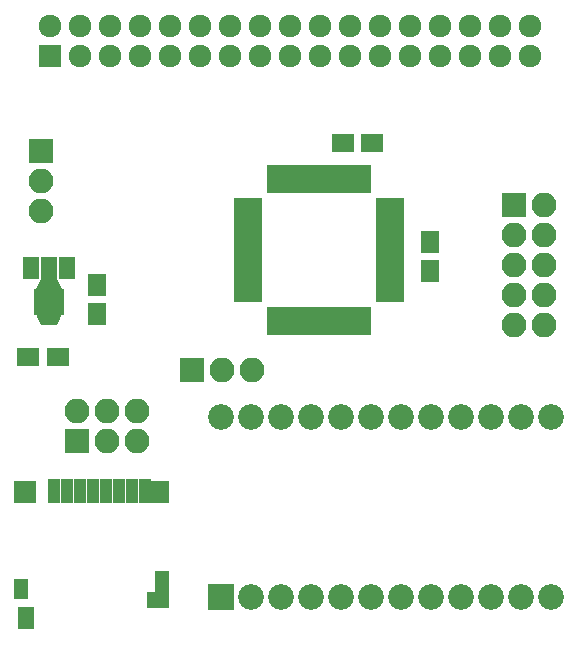
<source format=gts>
G04 #@! TF.FileFunction,Soldermask,Top*
%FSLAX46Y46*%
G04 Gerber Fmt 4.6, Leading zero omitted, Abs format (unit mm)*
G04 Created by KiCad (PCBNEW 4.0.6) date Saturday, October 28, 2017 'PMt' 05:19:06 PM*
%MOMM*%
%LPD*%
G01*
G04 APERTURE LIST*
%ADD10C,0.100000*%
%ADD11R,1.100000X2.150000*%
%ADD12R,1.850000X1.400000*%
%ADD13R,1.400000X1.950000*%
%ADD14R,1.700000X1.900000*%
%ADD15R,1.900000X1.900000*%
%ADD16R,1.200000X1.900000*%
%ADD17R,1.200000X1.800000*%
%ADD18R,1.650000X1.900000*%
%ADD19R,1.900000X1.650000*%
%ADD20R,2.100000X2.100000*%
%ADD21O,2.100000X2.100000*%
%ADD22R,0.900000X2.400000*%
%ADD23R,2.400000X0.900000*%
%ADD24R,1.400000X1.900000*%
%ADD25R,1.400000X2.200000*%
%ADD26R,2.600000X2.240000*%
%ADD27R,1.924000X1.924000*%
%ADD28C,1.924000*%
%ADD29C,2.178000*%
%ADD30R,2.178000X2.178000*%
G04 APERTURE END LIST*
D10*
D11*
X63400000Y-75405000D03*
X62300000Y-75405000D03*
X61200000Y-75405000D03*
X60100000Y-75405000D03*
X59000000Y-75405000D03*
X57900000Y-75405000D03*
X56800000Y-75405000D03*
X55700000Y-75405000D03*
D12*
X64525000Y-84630000D03*
D13*
X53300000Y-86205000D03*
D14*
X64600000Y-75530000D03*
D15*
X53250000Y-75530000D03*
D16*
X64850000Y-83130000D03*
D17*
X52900000Y-83780000D03*
D18*
X87510000Y-54350000D03*
X87510000Y-56850000D03*
D19*
X80170000Y-45970000D03*
X82670000Y-45970000D03*
D20*
X94670000Y-51200000D03*
D21*
X97210000Y-51200000D03*
X94670000Y-53740000D03*
X97210000Y-53740000D03*
X94670000Y-56280000D03*
X97210000Y-56280000D03*
X94670000Y-58820000D03*
X97210000Y-58820000D03*
X94670000Y-61360000D03*
X97210000Y-61360000D03*
D22*
X74160000Y-61020000D03*
X74960000Y-61020000D03*
X75760000Y-61020000D03*
X76560000Y-61020000D03*
X77360000Y-61020000D03*
X78160000Y-61020000D03*
X78960000Y-61020000D03*
X79760000Y-61020000D03*
X80560000Y-61020000D03*
X81360000Y-61020000D03*
X82160000Y-61020000D03*
D23*
X84160000Y-59020000D03*
X84160000Y-58220000D03*
X84160000Y-57420000D03*
X84160000Y-56620000D03*
X84160000Y-55820000D03*
X84160000Y-55020000D03*
X84160000Y-54220000D03*
X84160000Y-53420000D03*
X84160000Y-52620000D03*
X84160000Y-51820000D03*
X84160000Y-51020000D03*
D22*
X82160000Y-49020000D03*
X81360000Y-49020000D03*
X80560000Y-49020000D03*
X79760000Y-49020000D03*
X78960000Y-49020000D03*
X78160000Y-49020000D03*
X77360000Y-49020000D03*
X76560000Y-49020000D03*
X75760000Y-49020000D03*
X74960000Y-49020000D03*
X74160000Y-49020000D03*
D23*
X72160000Y-51020000D03*
X72160000Y-51820000D03*
X72160000Y-52620000D03*
X72160000Y-53420000D03*
X72160000Y-54220000D03*
X72160000Y-55020000D03*
X72160000Y-55820000D03*
X72160000Y-56620000D03*
X72160000Y-57420000D03*
X72160000Y-58220000D03*
X72160000Y-59020000D03*
D18*
X59320000Y-57980000D03*
X59320000Y-60480000D03*
D19*
X53510000Y-64130000D03*
X56010000Y-64130000D03*
D10*
G36*
X56590000Y-60118500D02*
X55990000Y-61368500D01*
X54590000Y-61368500D01*
X53990000Y-60118500D01*
X56590000Y-60118500D01*
X56590000Y-60118500D01*
G37*
D24*
X56790000Y-56596500D03*
D25*
X55290000Y-56743000D03*
D24*
X53790000Y-56596500D03*
D26*
X55290000Y-59410000D03*
D10*
G36*
X53990000Y-58700300D02*
X54690000Y-57300300D01*
X55890000Y-57300300D01*
X56590000Y-58700300D01*
X53990000Y-58700300D01*
X53990000Y-58700300D01*
G37*
D27*
X55380000Y-38650000D03*
D28*
X55380000Y-36110000D03*
X57920000Y-38650000D03*
X57920000Y-36110000D03*
X60460000Y-38650000D03*
X60460000Y-36110000D03*
X63000000Y-38650000D03*
X63000000Y-36110000D03*
X65540000Y-38650000D03*
X65540000Y-36110000D03*
X68080000Y-38650000D03*
X68080000Y-36110000D03*
X70620000Y-38650000D03*
X70620000Y-36110000D03*
X73160000Y-38650000D03*
X73160000Y-36110000D03*
X75700000Y-38650000D03*
X75700000Y-36110000D03*
X78240000Y-38650000D03*
X78240000Y-36110000D03*
X80780000Y-38650000D03*
X80780000Y-36110000D03*
X83320000Y-38650000D03*
X83320000Y-36110000D03*
X85860000Y-38650000D03*
X85860000Y-36110000D03*
X88400000Y-38650000D03*
X88400000Y-36110000D03*
X90940000Y-38650000D03*
X90940000Y-36110000D03*
X93480000Y-38650000D03*
X93480000Y-36110000D03*
X96020000Y-38650000D03*
X96020000Y-36110000D03*
D29*
X69830000Y-69200000D03*
D30*
X69830000Y-84440000D03*
D29*
X72370000Y-69200000D03*
X72370000Y-84440000D03*
X74910000Y-69200000D03*
X74910000Y-84440000D03*
X77450000Y-69200000D03*
X77450000Y-84440000D03*
X79990000Y-69200000D03*
X79990000Y-84440000D03*
X82530000Y-69200000D03*
X82530000Y-84440000D03*
X85070000Y-69200000D03*
X85070000Y-84440000D03*
X87610000Y-69200000D03*
X87610000Y-84440000D03*
X90150000Y-69200000D03*
X90150000Y-84440000D03*
X92690000Y-69200000D03*
X92690000Y-84440000D03*
X95230000Y-69200000D03*
X95230000Y-84440000D03*
X97770000Y-69200000D03*
X97770000Y-84440000D03*
D20*
X54580000Y-46640000D03*
D21*
X54580000Y-49180000D03*
X54580000Y-51720000D03*
D20*
X67420000Y-65200000D03*
D21*
X69960000Y-65200000D03*
X72500000Y-65200000D03*
D20*
X57670000Y-71210000D03*
D21*
X57670000Y-68670000D03*
X60210000Y-71210000D03*
X60210000Y-68670000D03*
X62750000Y-71210000D03*
X62750000Y-68670000D03*
M02*

</source>
